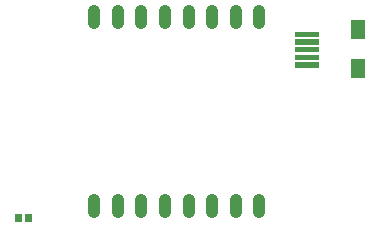
<source format=gbp>
G04 Layer: BottomPasteMaskLayer*
G04 EasyEDA v6.2.35, 2019-08-16T20:57:05+08:00*
G04 ac69921650c84e06b2cbf5d8b71e85d1,46bf6a40d4384fdb86bc8fc37bf60e4c,10*
G04 Gerber Generator version 0.2*
G04 Scale: 100 percent, Rotated: No, Reflected: No *
G04 Dimensions in millimeters *
G04 leading zeros omitted , absolute positions ,3 integer and 3 decimal *
%FSLAX33Y33*%
%MOMM*%
G90*
G71D02*

%ADD28C,0.999998*%

%LPD*%
G54D28*
G01X8256Y17534D02*
G01X8256Y18534D01*
G01X10256Y17534D02*
G01X10256Y18534D01*
G01X12255Y17534D02*
G01X12255Y18534D01*
G01X14255Y17534D02*
G01X14255Y18534D01*
G01X16256Y17534D02*
G01X16256Y18534D01*
G01X18255Y17534D02*
G01X18255Y18534D01*
G01X20255Y17534D02*
G01X20255Y18534D01*
G01X22255Y17534D02*
G01X22255Y18533D01*
G01X22261Y2534D02*
G01X22261Y1534D01*
G01X20257Y2533D02*
G01X20257Y1533D01*
G01X18259Y2531D02*
G01X18259Y1531D01*
G01X16258Y2532D02*
G01X16258Y1532D01*
G01X14258Y2533D02*
G01X14258Y1533D01*
G01X12258Y2532D02*
G01X12258Y1532D01*
G01X10258Y2532D02*
G01X10258Y1532D01*
G01X8258Y2532D02*
G01X8258Y1532D01*
G36*
G01X2410Y691D02*
G01X3010Y691D01*
G01X3010Y1340D01*
G01X2410Y1340D01*
G01X2410Y691D01*
G37*
G36*
G01X1561Y691D02*
G01X2161Y691D01*
G01X2161Y1340D01*
G01X1561Y1340D01*
G01X1561Y691D01*
G37*
G36*
G01X25292Y13725D02*
G01X27292Y13725D01*
G01X27292Y14175D01*
G01X25292Y14175D01*
G01X25292Y13725D01*
G37*
G36*
G01X25292Y14375D02*
G01X27292Y14375D01*
G01X27292Y14825D01*
G01X25292Y14825D01*
G01X25292Y14375D01*
G37*
G36*
G01X25292Y15025D02*
G01X27292Y15025D01*
G01X27292Y15475D01*
G01X25292Y15475D01*
G01X25292Y15025D01*
G37*
G36*
G01X25292Y15675D02*
G01X27292Y15675D01*
G01X27292Y16125D01*
G01X25292Y16125D01*
G01X25292Y15675D01*
G37*
G36*
G01X25292Y16325D02*
G01X27292Y16325D01*
G01X27292Y16775D01*
G01X25292Y16775D01*
G01X25292Y16325D01*
G37*
G36*
G01X30004Y14444D02*
G01X30004Y12844D01*
G01X31203Y12844D01*
G01X31203Y14444D01*
G01X30004Y14444D01*
G37*
G36*
G01X29987Y17723D02*
G01X29987Y16122D01*
G01X31187Y16122D01*
G01X31187Y17723D01*
G01X29987Y17723D01*
G37*
M00*
M02*

</source>
